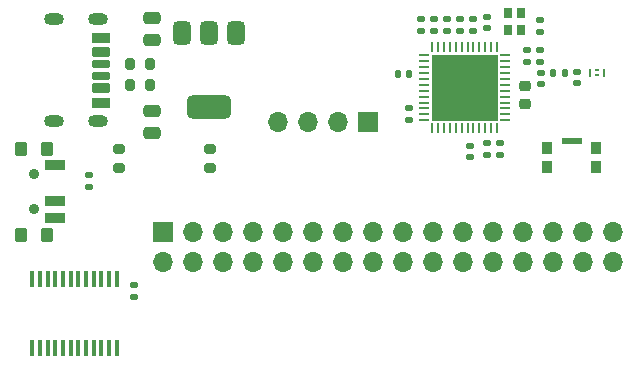
<source format=gbr>
%TF.GenerationSoftware,KiCad,Pcbnew,8.0.5*%
%TF.CreationDate,2024-09-24T02:20:12-04:00*%
%TF.ProjectId,ble_mcu_test_board,626c655f-6d63-4755-9f74-6573745f626f,rev?*%
%TF.SameCoordinates,Original*%
%TF.FileFunction,Soldermask,Top*%
%TF.FilePolarity,Negative*%
%FSLAX46Y46*%
G04 Gerber Fmt 4.6, Leading zero omitted, Abs format (unit mm)*
G04 Created by KiCad (PCBNEW 8.0.5) date 2024-09-24 02:20:12*
%MOMM*%
%LPD*%
G01*
G04 APERTURE LIST*
G04 Aperture macros list*
%AMRoundRect*
0 Rectangle with rounded corners*
0 $1 Rounding radius*
0 $2 $3 $4 $5 $6 $7 $8 $9 X,Y pos of 4 corners*
0 Add a 4 corners polygon primitive as box body*
4,1,4,$2,$3,$4,$5,$6,$7,$8,$9,$2,$3,0*
0 Add four circle primitives for the rounded corners*
1,1,$1+$1,$2,$3*
1,1,$1+$1,$4,$5*
1,1,$1+$1,$6,$7*
1,1,$1+$1,$8,$9*
0 Add four rect primitives between the rounded corners*
20,1,$1+$1,$2,$3,$4,$5,0*
20,1,$1+$1,$4,$5,$6,$7,0*
20,1,$1+$1,$6,$7,$8,$9,0*
20,1,$1+$1,$8,$9,$2,$3,0*%
G04 Aperture macros list end*
%ADD10C,0.900000*%
%ADD11RoundRect,0.102000X-0.400000X0.500000X-0.400000X-0.500000X0.400000X-0.500000X0.400000X0.500000X0*%
%ADD12RoundRect,0.102000X-0.750000X0.350000X-0.750000X-0.350000X0.750000X-0.350000X0.750000X0.350000X0*%
%ADD13RoundRect,0.135000X-0.185000X0.135000X-0.185000X-0.135000X0.185000X-0.135000X0.185000X0.135000X0*%
%ADD14RoundRect,0.140000X-0.170000X0.140000X-0.170000X-0.140000X0.170000X-0.140000X0.170000X0.140000X0*%
%ADD15RoundRect,0.200000X0.200000X0.275000X-0.200000X0.275000X-0.200000X-0.275000X0.200000X-0.275000X0*%
%ADD16R,1.700000X1.700000*%
%ADD17O,1.700000X1.700000*%
%ADD18RoundRect,0.200000X-0.275000X0.200000X-0.275000X-0.200000X0.275000X-0.200000X0.275000X0.200000X0*%
%ADD19RoundRect,0.250000X0.475000X-0.250000X0.475000X0.250000X-0.475000X0.250000X-0.475000X-0.250000X0*%
%ADD20RoundRect,0.140000X0.170000X-0.140000X0.170000X0.140000X-0.170000X0.140000X-0.170000X-0.140000X0*%
%ADD21RoundRect,0.140000X0.140000X0.170000X-0.140000X0.170000X-0.140000X-0.170000X0.140000X-0.170000X0*%
%ADD22R,0.900000X1.000000*%
%ADD23R,1.700000X0.550000*%
%ADD24RoundRect,0.200000X-0.200000X-0.275000X0.200000X-0.275000X0.200000X0.275000X-0.200000X0.275000X0*%
%ADD25RoundRect,0.250000X-0.475000X0.250000X-0.475000X-0.250000X0.475000X-0.250000X0.475000X0.250000X0*%
%ADD26RoundRect,0.225000X-0.250000X0.225000X-0.250000X-0.225000X0.250000X-0.225000X0.250000X0.225000X0*%
%ADD27R,0.355600X1.473200*%
%ADD28R,0.800000X0.900000*%
%ADD29R,0.279400X0.711200*%
%ADD30R,0.457200X0.254000*%
%ADD31RoundRect,0.375000X-0.375000X0.625000X-0.375000X-0.625000X0.375000X-0.625000X0.375000X0.625000X0*%
%ADD32RoundRect,0.500000X-1.400000X0.500000X-1.400000X-0.500000X1.400000X-0.500000X1.400000X0.500000X0*%
%ADD33RoundRect,0.147500X-0.147500X-0.172500X0.147500X-0.172500X0.147500X0.172500X-0.147500X0.172500X0*%
%ADD34RoundRect,0.175000X-0.625000X0.175000X-0.625000X-0.175000X0.625000X-0.175000X0.625000X0.175000X0*%
%ADD35RoundRect,0.200000X-0.600000X0.200000X-0.600000X-0.200000X0.600000X-0.200000X0.600000X0.200000X0*%
%ADD36RoundRect,0.225000X-0.575000X0.225000X-0.575000X-0.225000X0.575000X-0.225000X0.575000X0.225000X0*%
%ADD37O,1.700000X1.000000*%
%ADD38RoundRect,0.062500X0.062500X-0.375000X0.062500X0.375000X-0.062500X0.375000X-0.062500X-0.375000X0*%
%ADD39RoundRect,0.062500X0.375000X-0.062500X0.375000X0.062500X-0.375000X0.062500X-0.375000X-0.062500X0*%
%ADD40R,5.600000X5.600000*%
G04 APERTURE END LIST*
D10*
%TO.C,SW1*%
X114050000Y-97300000D03*
X114050000Y-94300000D03*
D11*
X112950000Y-99450000D03*
X112950000Y-92150000D03*
X115150000Y-99450000D03*
X115150000Y-92150000D03*
D12*
X115800000Y-98050000D03*
X115800000Y-96550000D03*
X115800000Y-93550000D03*
%TD*%
D13*
%TO.C,R4*%
X118700000Y-94390000D03*
X118700000Y-95410000D03*
%TD*%
D14*
%TO.C,C12*%
X152400000Y-91720000D03*
X152400000Y-92680000D03*
%TD*%
D15*
%TO.C,R6*%
X123825000Y-86750000D03*
X122175000Y-86750000D03*
%TD*%
D16*
%TO.C,J2*%
X142350000Y-89900000D03*
D17*
X139810000Y-89900000D03*
X137270000Y-89900000D03*
X134730000Y-89900000D03*
%TD*%
D18*
%TO.C,R2*%
X121200000Y-92175000D03*
X121200000Y-93825000D03*
%TD*%
D14*
%TO.C,C16*%
X160000000Y-85670000D03*
X160000000Y-86630000D03*
%TD*%
D19*
%TO.C,C19*%
X124000000Y-83000000D03*
X124000000Y-81100000D03*
%TD*%
D20*
%TO.C,C5*%
X145750000Y-89710000D03*
X145750000Y-88750000D03*
%TD*%
D21*
%TO.C,C6*%
X145780000Y-85800000D03*
X144820000Y-85800000D03*
%TD*%
D22*
%TO.C,SW2*%
X157500000Y-92100000D03*
X161600000Y-92100000D03*
X157500000Y-93700000D03*
X161600000Y-93700000D03*
D23*
X159550000Y-91475000D03*
%TD*%
D20*
%TO.C,C15*%
X156900000Y-84780000D03*
X156900000Y-83820000D03*
%TD*%
D24*
%TO.C,R5*%
X122175000Y-85000000D03*
X123825000Y-85000000D03*
%TD*%
D20*
%TO.C,C14*%
X155800000Y-84780000D03*
X155800000Y-83820000D03*
%TD*%
D25*
%TO.C,C18*%
X124000000Y-88950000D03*
X124000000Y-90850000D03*
%TD*%
D18*
%TO.C,R1*%
X128900000Y-92175000D03*
X128900000Y-93825000D03*
%TD*%
D26*
%TO.C,C11*%
X155600000Y-86825000D03*
X155600000Y-88375000D03*
%TD*%
D27*
%TO.C,U4*%
X113900002Y-109000000D03*
X114550001Y-109000000D03*
X115199999Y-109000000D03*
X115850000Y-109000000D03*
X116499999Y-109000000D03*
X117150000Y-109000000D03*
X117799999Y-109000000D03*
X118450000Y-109000000D03*
X119099999Y-109000000D03*
X119750000Y-109000000D03*
X120399999Y-109000000D03*
X121050000Y-109000000D03*
X121050000Y-103158000D03*
X120400001Y-103158000D03*
X119750000Y-103158000D03*
X119100002Y-103158000D03*
X118450000Y-103158000D03*
X117800002Y-103158000D03*
X117150003Y-103158000D03*
X116500002Y-103158000D03*
X115850003Y-103158000D03*
X115200002Y-103158000D03*
X114550003Y-103158000D03*
X113900002Y-103158000D03*
%TD*%
D13*
%TO.C,R3*%
X122500000Y-103690000D03*
X122500000Y-104710000D03*
%TD*%
D20*
%TO.C,C2*%
X156900000Y-82260000D03*
X156900000Y-81300000D03*
%TD*%
%TO.C,C9*%
X149000000Y-82180000D03*
X149000000Y-81220000D03*
%TD*%
%TO.C,C4*%
X146800000Y-82180000D03*
X146800000Y-81220000D03*
%TD*%
D28*
%TO.C,Y1*%
X154200000Y-80700000D03*
X154200000Y-82100000D03*
X155300000Y-82100000D03*
X155300000Y-80700000D03*
%TD*%
D14*
%TO.C,C17*%
X157000000Y-85740000D03*
X157000000Y-86700000D03*
%TD*%
D29*
%TO.C,U2*%
X161100000Y-85720000D03*
D30*
X161709600Y-85491400D03*
D29*
X162319200Y-85720000D03*
D30*
X161709600Y-85948600D03*
%TD*%
D20*
%TO.C,C8*%
X147900000Y-82180000D03*
X147900000Y-81220000D03*
%TD*%
%TO.C,C7*%
X151200000Y-82180000D03*
X151200000Y-81220000D03*
%TD*%
D16*
%TO.C,J1*%
X124960000Y-99210000D03*
D17*
X124960000Y-101750000D03*
X127500000Y-99210000D03*
X127500000Y-101750000D03*
X130040000Y-99210000D03*
X130040000Y-101750000D03*
X132580000Y-99210000D03*
X132580000Y-101750000D03*
X135120000Y-99210000D03*
X135120000Y-101750000D03*
X137660000Y-99210000D03*
X137660000Y-101750000D03*
X140200000Y-99210000D03*
X140200000Y-101750000D03*
X142740000Y-99210000D03*
X142740000Y-101750000D03*
X145280000Y-99210000D03*
X145280000Y-101750000D03*
X147820000Y-99210000D03*
X147820000Y-101750000D03*
X150360000Y-99210000D03*
X150360000Y-101750000D03*
X152900000Y-99210000D03*
X152900000Y-101750000D03*
X155440000Y-99210000D03*
X155440000Y-101750000D03*
X157980000Y-99210000D03*
X157980000Y-101750000D03*
X160520000Y-99210000D03*
X160520000Y-101750000D03*
X163060000Y-99210000D03*
X163060000Y-101750000D03*
%TD*%
D31*
%TO.C,U3*%
X131150000Y-82350000D03*
X128850000Y-82350000D03*
D32*
X128850000Y-88650000D03*
D31*
X126550000Y-82350000D03*
%TD*%
D14*
%TO.C,C3*%
X150950000Y-91920000D03*
X150950000Y-92880000D03*
%TD*%
D33*
%TO.C,L1*%
X158015000Y-85720000D03*
X158985000Y-85720000D03*
%TD*%
D14*
%TO.C,C1*%
X152400000Y-81020000D03*
X152400000Y-81980000D03*
%TD*%
D34*
%TO.C,J3*%
X119680000Y-85000000D03*
D35*
X119680000Y-87020000D03*
D36*
X119680000Y-88250000D03*
D34*
X119680000Y-86000000D03*
D35*
X119680000Y-83980000D03*
D36*
X119680000Y-82750000D03*
D37*
X119500000Y-81180000D03*
X115700000Y-81180000D03*
X119500000Y-89820000D03*
X115700000Y-89820000D03*
%TD*%
D14*
%TO.C,C13*%
X153500000Y-91720000D03*
X153500000Y-92680000D03*
%TD*%
D20*
%TO.C,C10*%
X150100000Y-82180000D03*
X150100000Y-81220000D03*
%TD*%
D38*
%TO.C,U1*%
X147750000Y-90437500D03*
X148250000Y-90437500D03*
X148750000Y-90437500D03*
X149250000Y-90437500D03*
X149750000Y-90437500D03*
X150250000Y-90437500D03*
X150750000Y-90437500D03*
X151250000Y-90437500D03*
X151750000Y-90437500D03*
X152250000Y-90437500D03*
X152750000Y-90437500D03*
X153250000Y-90437500D03*
D39*
X153937500Y-89750000D03*
X153937500Y-89250000D03*
X153937500Y-88750000D03*
X153937500Y-88250000D03*
X153937500Y-87750000D03*
X153937500Y-87250000D03*
X153937500Y-86750000D03*
X153937500Y-86250000D03*
X153937500Y-85750000D03*
X153937500Y-85250000D03*
X153937500Y-84750000D03*
X153937500Y-84250000D03*
D38*
X153250000Y-83562500D03*
X152750000Y-83562500D03*
X152250000Y-83562500D03*
X151750000Y-83562500D03*
X151250000Y-83562500D03*
X150750000Y-83562500D03*
X150250000Y-83562500D03*
X149750000Y-83562500D03*
X149250000Y-83562500D03*
X148750000Y-83562500D03*
X148250000Y-83562500D03*
X147750000Y-83562500D03*
D39*
X147062500Y-84250000D03*
X147062500Y-84750000D03*
X147062500Y-85250000D03*
X147062500Y-85750000D03*
X147062500Y-86250000D03*
X147062500Y-86750000D03*
X147062500Y-87250000D03*
X147062500Y-87750000D03*
X147062500Y-88250000D03*
X147062500Y-88750000D03*
X147062500Y-89250000D03*
X147062500Y-89750000D03*
D40*
X150500000Y-87000000D03*
%TD*%
M02*

</source>
